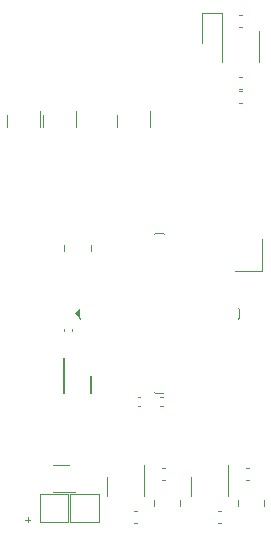
<source format=gbr>
%TF.GenerationSoftware,KiCad,Pcbnew,(6.0.2)*%
%TF.CreationDate,2022-04-22T09:08:26+08:00*%
%TF.ProjectId,usb-nvme,7573622d-6e76-46d6-952e-6b696361645f,rev?*%
%TF.SameCoordinates,Original*%
%TF.FileFunction,Legend,Top*%
%TF.FilePolarity,Positive*%
%FSLAX46Y46*%
G04 Gerber Fmt 4.6, Leading zero omitted, Abs format (unit mm)*
G04 Created by KiCad (PCBNEW (6.0.2)) date 2022-04-22 09:08:26*
%MOMM*%
%LPD*%
G01*
G04 APERTURE LIST*
%ADD10C,0.100000*%
%ADD11C,0.120000*%
%ADD12C,0.150000*%
G04 APERTURE END LIST*
D10*
X1800000Y-43200000D02*
X1800000Y-42800000D01*
X1600000Y-43000000D02*
X2000000Y-43000000D01*
D11*
%TO.C,D1*%
X16550000Y-100000D02*
X16550000Y-2650000D01*
X18250000Y-100000D02*
X16550000Y-100000D01*
X18250000Y-100000D02*
X18250000Y-2650000D01*
%TO.C,U8*%
X11660000Y-40200000D02*
X11660000Y-38400000D01*
X11660000Y-40200000D02*
X11660000Y-41000000D01*
X8540000Y-40200000D02*
X8540000Y-41000000D01*
X8540000Y-40200000D02*
X8540000Y-39400000D01*
%TO.C,U7*%
X18760000Y-40200000D02*
X18760000Y-41000000D01*
X18760000Y-40200000D02*
X18760000Y-38400000D01*
X15640000Y-40200000D02*
X15640000Y-39400000D01*
X15640000Y-40200000D02*
X15640000Y-41000000D01*
%TO.C,U9*%
X5300000Y-38340000D02*
X3900000Y-38340000D01*
X3900000Y-40660000D02*
X5800000Y-40660000D01*
%TO.C,RN1*%
X7180000Y-20250000D02*
X7180000Y-19750000D01*
X4820000Y-20250000D02*
X4820000Y-19750000D01*
%TO.C,L3*%
X14710000Y-41861252D02*
X14710000Y-41338748D01*
X12490000Y-41861252D02*
X12490000Y-41338748D01*
%TO.C,TP2*%
X2800000Y-40800000D02*
X5200000Y-40800000D01*
X5200000Y-43200000D02*
X2800000Y-43200000D01*
X2800000Y-43200000D02*
X2800000Y-40800000D01*
X5200000Y-40800000D02*
X5200000Y-43200000D01*
%TO.C,C45*%
X12992164Y-33360000D02*
X13207836Y-33360000D01*
X12992164Y-32640000D02*
X13207836Y-32640000D01*
%TO.C,C15*%
X5560000Y-26812164D02*
X5560000Y-27027836D01*
X4840000Y-26812164D02*
X4840000Y-27027836D01*
%TO.C,C33*%
X19940580Y-5490000D02*
X19659420Y-5490000D01*
X19940580Y-6510000D02*
X19659420Y-6510000D01*
%TO.C,C51*%
X10759420Y-43310000D02*
X11040580Y-43310000D01*
X10759420Y-42290000D02*
X11040580Y-42290000D01*
D12*
%TO.C,U4*%
X4875000Y-29294975D02*
X4875000Y-32294975D01*
X7125000Y-30794975D02*
X7125000Y-32294975D01*
D11*
%TO.C,Y1*%
X21650000Y-21950000D02*
X21650000Y-19250000D01*
X19350000Y-21950000D02*
X21650000Y-21950000D01*
%TO.C,C46*%
X11307836Y-32640000D02*
X11092164Y-32640000D01*
X11307836Y-33360000D02*
X11092164Y-33360000D01*
%TO.C,C53*%
X20540580Y-38590000D02*
X20259420Y-38590000D01*
X20540580Y-39610000D02*
X20259420Y-39610000D01*
%TO.C,C54*%
X13440580Y-38590000D02*
X13159420Y-38590000D01*
X13440580Y-39610000D02*
X13159420Y-39610000D01*
%TO.C,C32*%
X19940580Y-6690000D02*
X19659420Y-6690000D01*
X19940580Y-7710000D02*
X19659420Y-7710000D01*
%TO.C,TP3*%
X5400000Y-43200000D02*
X5400000Y-40800000D01*
X7800000Y-40800000D02*
X7800000Y-43200000D01*
X5400000Y-40800000D02*
X7800000Y-40800000D01*
X7800000Y-43200000D02*
X5400000Y-43200000D01*
%TO.C,C52*%
X17859420Y-43310000D02*
X18140580Y-43310000D01*
X17859420Y-42290000D02*
X18140580Y-42290000D01*
%TO.C,U5*%
X18240000Y-3400000D02*
X18240000Y-2600000D01*
X21360000Y-3400000D02*
X21360000Y-4200000D01*
X21360000Y-3400000D02*
X21360000Y-1600000D01*
X18240000Y-3400000D02*
X18240000Y-4200000D01*
%TO.C,U2*%
X5850000Y-9700000D02*
X5850000Y-8400000D01*
X3050000Y-9700000D02*
X3050000Y-8700000D01*
%TO.C,C31*%
X19659420Y-290000D02*
X19940580Y-290000D01*
X19659420Y-1310000D02*
X19940580Y-1310000D01*
%TO.C,U3*%
X2850000Y-9700000D02*
X2850000Y-8400000D01*
X50000Y-9700000D02*
X50000Y-8700000D01*
%TO.C,U1*%
X13253553Y-18711775D02*
X12546447Y-18711775D01*
X13253553Y-32288225D02*
X13359619Y-32182159D01*
X12546447Y-18711775D02*
X12440381Y-18817841D01*
X12546447Y-32288225D02*
X13253553Y-32288225D01*
X6111775Y-25146447D02*
X6111775Y-25853553D01*
X6111775Y-25853553D02*
X6217841Y-25959619D01*
X19582159Y-25959619D02*
X19688225Y-25853553D01*
X19688225Y-25146447D02*
X19582159Y-25040381D01*
X12440381Y-32182159D02*
X12546447Y-32288225D01*
X13359619Y-18817841D02*
X13253553Y-18711775D01*
X19688225Y-25853553D02*
X19688225Y-25146447D01*
X6217841Y-25040381D02*
X6111775Y-25146447D01*
X6111775Y-25853553D02*
X5758222Y-25500000D01*
X5758222Y-25500000D02*
X6111775Y-25146447D01*
X6111775Y-25146447D02*
X6111775Y-25853553D01*
G36*
X6111775Y-25853553D02*
G01*
X5758222Y-25500000D01*
X6111775Y-25146447D01*
X6111775Y-25853553D01*
G37*
X6111775Y-25853553D02*
X5758222Y-25500000D01*
X6111775Y-25146447D01*
X6111775Y-25853553D01*
%TO.C,U6*%
X9350000Y-9700000D02*
X9350000Y-8700000D01*
X12150000Y-9700000D02*
X12150000Y-8400000D01*
%TO.C,L2*%
X21810000Y-41861252D02*
X21810000Y-41338748D01*
X19590000Y-41861252D02*
X19590000Y-41338748D01*
%TD*%
M02*

</source>
